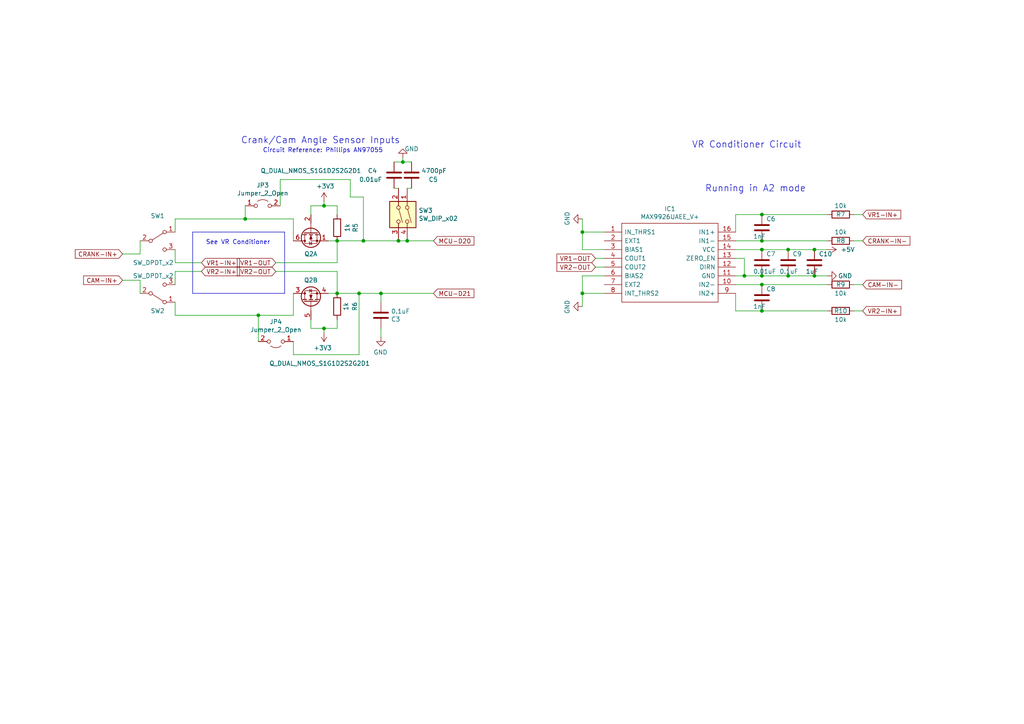
<source format=kicad_sch>
(kicad_sch (version 20230121) (generator eeschema)
  (paper "A4")
  (lib_symbols
    (symbol "Device:C" (pin_numbers hide) (pin_names (offset 0.254))
      (property "Reference" "C" (at 0.635 2.54 0))
      (property "Value" "C" (at 0.635 -2.54 0))
      (symbol "C_0_1"
        (polyline (pts (xy -2.032 -0.762) (xy 2.032 -0.762)) (stroke (width 0.508)))
        (polyline (pts (xy -2.032 0.762) (xy 2.032 0.762)) (stroke (width 0.508)))
      )
      (symbol "C_1_1"
        (pin passive line (at 0 3.81 270) (length 2.794) (name "~") (number "1"))
        (pin passive line (at 0 -3.81 90) (length 2.794) (name "~") (number "2"))
      )
    )
    (symbol "Device:Q_DUAL_NMOS_S1G1D2S2G2D1" (pin_names (offset 0) hide)
      (property "Reference" "Q" (at 6.35 1.27 0))
      (property "Value" "Device_Q_DUAL_NMOS_S1G1D2S2G2D1" (at 19.05 -1.27 0))
      (symbol "Q_DUAL_NMOS_S1G1D2S2G2D1_0_1"
        (polyline (pts (xy 0.254 0) (xy -2.54 0)))
        (polyline (pts (xy 0.254 1.905) (xy 0.254 -1.905)) (stroke (width 0.254)))
        (polyline (pts (xy 0.762 -1.27) (xy 0.762 -2.286)) (stroke (width 0.254)))
        (polyline (pts (xy 0.762 0.508) (xy 0.762 -0.508)) (stroke (width 0.254)))
        (polyline (pts (xy 0.762 2.286) (xy 0.762 1.27)) (stroke (width 0.254)))
        (polyline (pts (xy 2.54 2.54) (xy 2.54 1.778)))
        (polyline (pts (xy 2.54 -2.54) (xy 2.54 0) (xy 0.762 0)))
        (polyline (pts (xy 0.762 -1.778) (xy 3.302 -1.778) (xy 3.302 1.778) (xy 0.762 1.778)))
        (polyline (pts (xy 1.016 0) (xy 2.032 0.381) (xy 2.032 -0.381) (xy 1.016 0)) (fill (type outline)))
        (polyline (pts (xy 2.794 0.508) (xy 2.921 0.381) (xy 3.683 0.381) (xy 3.81 0.254)))
        (polyline (pts (xy 3.302 0.381) (xy 2.921 -0.254) (xy 3.683 -0.254) (xy 3.302 0.381)))
        (circle (center 1.651 0) (radius 2.794) (stroke (width 0.254)))
        (circle (center 2.54 -1.778) (radius 0.254) (fill (type outline)))
        (circle (center 2.54 1.778) (radius 0.254) (fill (type outline)))
      )
      (symbol "Q_DUAL_NMOS_S1G1D2S2G2D1_1_1"
        (pin passive line (at 2.54 -5.08 90) (length 2.54) (name "S") (number "1"))
        (pin input line (at -5.08 0 0) (length 2.54) (name "G") (number "2"))
        (pin passive line (at 2.54 5.08 270) (length 2.54) (name "D") (number "6"))
      )
      (symbol "Q_DUAL_NMOS_S1G1D2S2G2D1_2_1"
        (pin passive line (at 2.54 5.08 270) (length 2.54) (name "D") (number "3"))
        (pin passive line (at 2.54 -5.08 90) (length 2.54) (name "S") (number "4"))
        (pin input line (at -5.08 0 0) (length 2.54) (name "G") (number "5"))
      )
    )
    (symbol "Device:R" (pin_numbers hide) (pin_names (offset 0))
      (property "Reference" "R" (at 2.032 0 90))
      (property "Value" "R" (at 0 0 90))
      (symbol "R_0_1"
        (rectangle (start -1.016 -2.54) (end 1.016 2.54) (stroke (width 0.254)))
      )
      (symbol "R_1_1"
        (pin passive line (at 0 3.81 270) (length 1.27) (name "~") (number "1"))
        (pin passive line (at 0 -3.81 90) (length 1.27) (name "~") (number "2"))
      )
    )
    (symbol "IC_Automotive:MAX9926UAEE_V+" (pin_names (offset 0.762))
      (property "Reference" "IC" (at 34.29 7.62 0))
      (property "Value" "MAX9926UAEE_V+" (at 34.29 5.08 0))
      (symbol "MAX9926UAEE_V+_0_0"
        (pin input line (at 0 0 0) (length 5.08) (name "IN_THRS1") (number "1"))
        (pin input line (at 38.1 -15.24 180) (length 5.08) (name "IN2-") (number "10"))
        (pin power_in line (at 38.1 -12.7 180) (length 5.08) (name "GND") (number "11"))
        (pin output line (at 38.1 -10.16 180) (length 5.08) (name "DIRN") (number "12"))
        (pin input line (at 38.1 -7.62 180) (length 5.08) (name "ZERO_EN") (number "13"))
        (pin power_in line (at 38.1 -5.08 180) (length 5.08) (name "VCC") (number "14"))
        (pin input line (at 38.1 -2.54 180) (length 5.08) (name "IN1-") (number "15"))
        (pin input line (at 38.1 0 180) (length 5.08) (name "IN1+") (number "16"))
        (pin input line (at 0 -2.54 0) (length 5.08) (name "EXT1") (number "2"))
        (pin input line (at 0 -5.08 0) (length 5.08) (name "BIAS1") (number "3"))
        (pin output line (at 0 -7.62 0) (length 5.08) (name "COUT1") (number "4"))
        (pin output line (at 0 -10.16 0) (length 5.08) (name "COUT2") (number "5"))
        (pin input line (at 0 -12.7 0) (length 5.08) (name "BIAS2") (number "6"))
        (pin input line (at 0 -15.24 0) (length 5.08) (name "EXT2") (number "7"))
        (pin input line (at 0 -17.78 0) (length 5.08) (name "INT_THRS2") (number "8"))
        (pin input line (at 38.1 -17.78 180) (length 5.08) (name "IN2+") (number "9"))
      )
      (symbol "MAX9926UAEE_V+_0_1"
        (polyline (pts (xy 5.08 2.54) (xy 33.02 2.54) (xy 33.02 -20.32) (xy 5.08 -20.32) (xy 5.08 2.54)) (stroke (width 0.1524)))
      )
    )
    (symbol "Jumper:Jumper_2_Open" (pin_names (offset 0) hide)
      (property "Reference" "JP" (at 0 2.794 0))
      (property "Value" "Jumper_2_Open" (at 0 -2.286 0))
      (symbol "Jumper_2_Open_0_0"
        (circle (center -2.032 0) (radius 0.508))
        (circle (center 2.032 0) (radius 0.508))
      )
      (symbol "Jumper_2_Open_0_1"
        (arc (start 1.524 1.27) (mid 0 1.778) (end -1.524 1.27))
      )
      (symbol "Jumper_2_Open_1_1"
        (pin passive line (at -5.08 0 0) (length 2.54) (name "A") (number "1"))
        (pin passive line (at 5.08 0 180) (length 2.54) (name "B") (number "2"))
      )
    )
    (symbol "Switch:SW_DIP_x02" (pin_names (offset 0) hide)
      (property "Reference" "SW" (at 0 6.35 0))
      (property "Value" "SW_DIP_x02" (at 0 -3.81 0))
      (symbol "SW_DIP_x02_0_0"
        (circle (center -2.032 0) (radius 0.508))
        (circle (center -2.032 2.54) (radius 0.508))
        (polyline (pts (xy -1.524 0.127) (xy 2.3622 1.1684)))
        (polyline (pts (xy -1.524 2.667) (xy 2.3622 3.7084)))
        (circle (center 2.032 0) (radius 0.508))
        (circle (center 2.032 2.54) (radius 0.508))
      )
      (symbol "SW_DIP_x02_0_1"
        (rectangle (start -3.81 5.08) (end 3.81 -2.54) (stroke (width 0.254)) (fill (type background)))
      )
      (symbol "SW_DIP_x02_1_1"
        (pin passive line (at -7.62 2.54 0) (length 5.08) (name "~") (number "1"))
        (pin passive line (at -7.62 0 0) (length 5.08) (name "~") (number "2"))
        (pin passive line (at 7.62 0 180) (length 5.08) (name "~") (number "3"))
        (pin passive line (at 7.62 2.54 180) (length 5.08) (name "~") (number "4"))
      )
    )
    (symbol "Switch:SW_SPDT" (pin_names (offset 0) hide)
      (property "Reference" "SW" (at 0 4.318 0))
      (property "Value" "SW_SPDT" (at 0 -5.08 0))
      (symbol "SW_SPDT_0_0"
        (circle (center -2.032 0) (radius 0.508))
        (circle (center 2.032 -2.54) (radius 0.508))
      )
      (symbol "SW_SPDT_0_1"
        (polyline (pts (xy -1.524 0.254) (xy 1.651 2.286)))
        (circle (center 2.032 2.54) (radius 0.508))
      )
      (symbol "SW_SPDT_1_1"
        (pin passive line (at 5.08 2.54 180) (length 2.54) (name "A") (number "1"))
        (pin passive line (at -5.08 0 0) (length 2.54) (name "B") (number "2"))
        (pin passive line (at 5.08 -2.54 180) (length 2.54) (name "C") (number "3"))
      )
    )
    (symbol "power:+3V3" (power) (pin_names (offset 0))
      (property "Value" "+3V3" (at 0 3.556 0))
      (symbol "+3V3_0_1"
        (polyline (pts (xy -0.762 1.27) (xy 0 2.54)))
        (polyline (pts (xy 0 0) (xy 0 2.54)))
        (polyline (pts (xy 0 2.54) (xy 0.762 1.27)))
      )
      (symbol "+3V3_1_1"
        (pin power_in line (at 0 0 90) (length 0) hide (name "+3V3") (number "1"))
      )
    )
    (symbol "power:+5V" (power) (pin_names (offset 0))
      (property "Value" "+5V" (at 0 3.556 0))
      (symbol "+5V_0_1"
        (polyline (pts (xy -0.762 1.27) (xy 0 2.54)))
        (polyline (pts (xy 0 0) (xy 0 2.54)))
        (polyline (pts (xy 0 2.54) (xy 0.762 1.27)))
      )
      (symbol "+5V_1_1"
        (pin power_in line (at 0 0 90) (length 0) hide (name "+5V") (number "1"))
      )
    )
    (symbol "power:GND" (power) (pin_names (offset 0))
      (property "Value" "GND" (at 0 -3.81 0))
      (symbol "GND_0_1"
        (polyline (pts (xy 0 0) (xy 0 -1.27) (xy 1.27 -1.27) (xy 0 -2.54) (xy -1.27 -1.27) (xy 0 -1.27)))
      )
      (symbol "GND_1_1"
        (pin power_in line (at 0 0 270) (length 0) hide (name "GND") (number "1"))
      )
    )
  )
  (junction (at 97.79 69.85))
  (junction (at 236.22 80.01))
  (junction (at 228.6 72.39))
  (junction (at 220.98 62.23))
  (junction (at 116.84 46.99))
  (junction (at 220.98 72.39))
  (junction (at 71.12 63.5))
  (junction (at 118.11 69.85))
  (junction (at 220.98 90.17))
  (junction (at 74.93 91.44))
  (junction (at 236.22 72.39))
  (junction (at 168.91 85.09))
  (junction (at 105.41 69.85))
  (junction (at 93.98 59.69))
  (junction (at 110.49 85.09))
  (junction (at 220.98 69.85))
  (junction (at 104.14 85.09))
  (junction (at 220.98 82.55))
  (junction (at 215.9 80.01))
  (junction (at 168.91 67.31))
  (junction (at 228.6 80.01))
  (junction (at 93.98 95.25))
  (junction (at 115.57 69.85))
  (junction (at 97.79 85.09))
  (junction (at 220.98 80.01))
  (wire (pts (xy 168.91 85.09) (xy 175.26 85.09)))
  (wire (pts (xy 240.03 90.17) (xy 220.98 90.17)))
  (wire (pts (xy 236.22 72.39) (xy 228.6 72.39)))
  (wire (pts (xy 215.9 74.93) (xy 215.9 80.01)))
  (wire (pts (xy 74.93 99.06) (xy 74.93 91.44)))
  (wire (pts (xy 35.56 73.66) (xy 40.64 73.66)))
  (polyline (pts (xy 55.88 85.09) (xy 55.88 67.31)))
  (wire (pts (xy 172.72 74.93) (xy 175.26 74.93)))
  (wire (pts (xy 71.12 59.69) (xy 71.12 63.5)))
  (wire (pts (xy 85.09 69.85) (xy 85.09 63.5)))
  (wire (pts (xy 105.41 57.15) (xy 105.41 69.85)))
  (wire (pts (xy 81.28 59.69) (xy 81.28 52.07)))
  (wire (pts (xy 80.01 78.74) (xy 97.79 78.74)))
  (wire (pts (xy 168.91 88.9) (xy 168.91 85.09)))
  (wire (pts (xy 240.03 82.55) (xy 220.98 82.55)))
  (wire (pts (xy 50.8 67.31) (xy 50.8 63.5)))
  (wire (pts (xy 119.38 46.99) (xy 116.84 46.99)))
  (wire (pts (xy 90.17 59.69) (xy 93.98 59.69)))
  (wire (pts (xy 114.3 54.61) (xy 115.57 54.61)))
  (wire (pts (xy 115.57 69.85) (xy 118.11 69.85)))
  (wire (pts (xy 97.79 95.25) (xy 97.79 92.71)))
  (wire (pts (xy 114.3 46.99) (xy 116.84 46.99)))
  (wire (pts (xy 168.91 67.31) (xy 175.26 67.31)))
  (wire (pts (xy 240.03 72.39) (xy 236.22 72.39)))
  (wire (pts (xy 220.98 82.55) (xy 213.36 82.55)))
  (wire (pts (xy 110.49 97.79) (xy 110.49 95.25)))
  (wire (pts (xy 220.98 69.85) (xy 213.36 69.85)))
  (wire (pts (xy 101.6 52.07) (xy 101.6 57.15)))
  (wire (pts (xy 50.8 72.39) (xy 50.8 76.2)))
  (wire (pts (xy 168.91 80.01) (xy 168.91 85.09)))
  (wire (pts (xy 250.19 62.23) (xy 247.65 62.23)))
  (wire (pts (xy 93.98 59.69) (xy 97.79 59.69)))
  (wire (pts (xy 213.36 90.17) (xy 213.36 85.09)))
  (wire (pts (xy 97.79 85.09) (xy 104.14 85.09)))
  (wire (pts (xy 81.28 52.07) (xy 101.6 52.07)))
  (wire (pts (xy 35.56 81.28) (xy 40.64 81.28)))
  (wire (pts (xy 93.98 96.52) (xy 93.98 95.25)))
  (wire (pts (xy 168.91 72.39) (xy 168.91 67.31)))
  (wire (pts (xy 220.98 62.23) (xy 213.36 62.23)))
  (wire (pts (xy 90.17 92.71) (xy 90.17 95.25)))
  (wire (pts (xy 85.09 102.87) (xy 104.14 102.87)))
  (wire (pts (xy 240.03 62.23) (xy 220.98 62.23)))
  (wire (pts (xy 213.36 74.93) (xy 215.9 74.93)))
  (wire (pts (xy 50.8 78.74) (xy 58.42 78.74)))
  (wire (pts (xy 97.79 69.85) (xy 105.41 69.85)))
  (wire (pts (xy 95.25 69.85) (xy 97.79 69.85)))
  (wire (pts (xy 240.03 69.85) (xy 220.98 69.85)))
  (wire (pts (xy 93.98 58.42) (xy 93.98 59.69)))
  (wire (pts (xy 104.14 102.87) (xy 104.14 85.09)))
  (wire (pts (xy 97.79 62.23) (xy 97.79 59.69)))
  (wire (pts (xy 228.6 72.39) (xy 220.98 72.39)))
  (wire (pts (xy 250.19 69.85) (xy 247.65 69.85)))
  (wire (pts (xy 175.26 72.39) (xy 168.91 72.39)))
  (wire (pts (xy 118.11 69.85) (xy 125.73 69.85)))
  (wire (pts (xy 50.8 76.2) (xy 58.42 76.2)))
  (wire (pts (xy 40.64 73.66) (xy 40.64 69.85)))
  (wire (pts (xy 50.8 91.44) (xy 74.93 91.44)))
  (wire (pts (xy 74.93 91.44) (xy 85.09 91.44)))
  (polyline (pts (xy 82.55 67.31) (xy 82.55 85.09)))
  (wire (pts (xy 80.01 76.2) (xy 97.79 76.2)))
  (wire (pts (xy 125.73 85.09) (xy 110.49 85.09)))
  (wire (pts (xy 250.19 82.55) (xy 247.65 82.55)))
  (wire (pts (xy 175.26 80.01) (xy 168.91 80.01)))
  (wire (pts (xy 101.6 57.15) (xy 105.41 57.15)))
  (wire (pts (xy 90.17 62.23) (xy 90.17 59.69)))
  (wire (pts (xy 168.91 63.5) (xy 168.91 67.31)))
  (wire (pts (xy 250.19 90.17) (xy 247.65 90.17)))
  (wire (pts (xy 220.98 90.17) (xy 213.36 90.17)))
  (wire (pts (xy 50.8 63.5) (xy 71.12 63.5)))
  (wire (pts (xy 213.36 62.23) (xy 213.36 67.31)))
  (wire (pts (xy 215.9 80.01) (xy 213.36 80.01)))
  (polyline (pts (xy 82.55 85.09) (xy 55.88 85.09)))
  (polyline (pts (xy 55.88 67.31) (xy 82.55 67.31)))
  (wire (pts (xy 85.09 99.06) (xy 85.09 102.87)))
  (wire (pts (xy 105.41 69.85) (xy 115.57 69.85)))
  (wire (pts (xy 90.17 95.25) (xy 93.98 95.25)))
  (wire (pts (xy 93.98 95.25) (xy 97.79 95.25)))
  (wire (pts (xy 172.72 77.47) (xy 175.26 77.47)))
  (wire (pts (xy 236.22 80.01) (xy 228.6 80.01)))
  (wire (pts (xy 104.14 85.09) (xy 110.49 85.09)))
  (wire (pts (xy 97.79 76.2) (xy 97.79 69.85)))
  (wire (pts (xy 118.11 54.61) (xy 119.38 54.61)))
  (wire (pts (xy 95.25 85.09) (xy 97.79 85.09)))
  (wire (pts (xy 220.98 80.01) (xy 215.9 80.01)))
  (wire (pts (xy 220.98 72.39) (xy 213.36 72.39)))
  (wire (pts (xy 97.79 78.74) (xy 97.79 85.09)))
  (wire (pts (xy 116.84 46.99) (xy 116.84 45.72)))
  (wire (pts (xy 110.49 85.09) (xy 110.49 87.63)))
  (wire (pts (xy 85.09 85.09) (xy 85.09 91.44)))
  (wire (pts (xy 228.6 80.01) (xy 220.98 80.01)))
  (wire (pts (xy 50.8 87.63) (xy 50.8 91.44)))
  (wire (pts (xy 71.12 63.5) (xy 85.09 63.5)))
  (wire (pts (xy 240.03 80.01) (xy 236.22 80.01)))
  (wire (pts (xy 50.8 82.55) (xy 50.8 78.74)))
  (wire (pts (xy 40.64 81.28) (xy 40.64 85.09)))
  (text "Running in A2 mode" (at 204.47 55.88 0) (effects (font (size 1.8796 1.8796)) (justify left bottom)))
  (text "VR Conditioner Circuit" (at 200.66 43.18 0) (effects (font (size 1.8796 1.8796)) (justify left bottom)))
  (text "Crank/Cam Angle Sensor Inputs" (at 69.85 41.91 0) (effects (font (size 1.8796 1.8796)) (justify left bottom)))
  (text "See VR Conditioner" (at 59.69 71.12 0) (effects (font (size 1.27 1.27)) (justify left bottom)))
  (text "Circuit Reference: Phillips AN97055" (at 76.2 44.45 0) (effects (font (size 1.27 1.27)) (justify left bottom)))
  (global_label "VR2-IN+" (shape input) (at 58.42 78.74 0) (property "Intersheetrefs" "${INTERSHEET_REFS}" (effects hide)))
  (global_label "CRANK-IN-" (shape input) (at 250.19 69.85 0) (property "Intersheetrefs" "${INTERSHEET_REFS}" (effects hide)))
  (global_label "VR1-IN+" (shape input) (at 58.42 76.2 0) (property "Intersheetrefs" "${INTERSHEET_REFS}" (effects hide)))
  (global_label "VR2-OUT" (shape input) (at 80.01 78.74 180) (property "Intersheetrefs" "${INTERSHEET_REFS}" (effects hide)))
  (global_label "VR1-IN+" (shape input) (at 250.19 62.23 0) (property "Intersheetrefs" "${INTERSHEET_REFS}" (effects hide)))
  (global_label "VR2-IN+" (shape input) (at 250.19 90.17 0) (property "Intersheetrefs" "${INTERSHEET_REFS}" (effects hide)))
  (global_label "MCU-D21" (shape input) (at 125.73 85.09 0) (property "Intersheetrefs" "${INTERSHEET_REFS}" (effects hide)))
  (global_label "CAM-IN-" (shape input) (at 250.19 82.55 0) (property "Intersheetrefs" "${INTERSHEET_REFS}" (effects hide)))
  (global_label "CAM-IN+" (shape input) (at 35.56 81.28 180) (property "Intersheetrefs" "${INTERSHEET_REFS}" (effects hide)))
  (global_label "MCU-D20" (shape input) (at 125.73 69.85 0) (property "Intersheetrefs" "${INTERSHEET_REFS}" (effects hide)))
  (global_label "VR1-OUT" (shape input) (at 80.01 76.2 180) (property "Intersheetrefs" "${INTERSHEET_REFS}" (effects hide)))
  (global_label "CRANK-IN+" (shape input) (at 35.56 73.66 180) (property "Intersheetrefs" "${INTERSHEET_REFS}" (effects hide)))
  (global_label "VR1-OUT" (shape input) (at 172.72 74.93 180) (property "Intersheetrefs" "${INTERSHEET_REFS}" (effects hide)))
  (global_label "VR2-OUT" (shape input) (at 172.72 77.47 180) (property "Intersheetrefs" "${INTERSHEET_REFS}" (effects hide)))
  (symbol (lib_id "Device:R") (at 97.79 66.04 180) (unit 1)
    (property "Reference" "R5" (at 103.0478 66.04 90))
    (property "Value" "1k" (at 100.7364 66.04 90))
    (property "Footprint" "Resistor_SMD:R_0805_2012Metric" (effects hide))
    (property "Digikey Part Number" "311-1.00KCRCT-ND" (effects hide))
    (property "Manufacturer_Name" "Yageo" (effects hide))
    (property "Manufacturer_Part_Number" "RC0805FR-071KL" (effects hide))
    (property "URL" "https://www.digikey.com/product-detail/en/yageo/RC0805FR-071KL/311-1.00KCRCT-ND/730391" (effects hide))
  )
  (symbol (lib_id "Device:R") (at 97.79 88.9 0) (mirror x) (unit 1)
    (property "Reference" "R6" (at 102.87 88.9 90))
    (property "Value" "1k" (at 100.33 88.9 90))
    (property "Footprint" "Resistor_SMD:R_0805_2012Metric" (effects hide))
    (property "Digikey Part Number" "311-1.00KCRCT-ND" (effects hide))
    (property "Manufacturer_Name" "Yageo" (effects hide))
    (property "Manufacturer_Part_Number" "RC0805FR-071KL" (effects hide))
    (property "URL" "https://www.digikey.com/product-detail/en/yageo/RC0805FR-071KL/311-1.00KCRCT-ND/730391" (effects hide))
  )
  (symbol (lib_id "power:GND") (at 110.49 97.79 0) (mirror y) (unit 1)
    (property "Reference" "#PWR030" (effects hide))
    (property "Value" "GND" (at 110.363 102.1842 0))
  )
  (symbol (lib_id "power:GND") (at 240.03 80.01 90) (mirror x) (unit 1)
    (property "Reference" "#PWR035" (effects hide))
    (property "Value" "GND" (at 245.11 80.01 90))
  )
  (symbol (lib_id "Switch:SW_SPDT") (at 45.72 85.09 0) (mirror x) (unit 1)
    (property "Reference" "SW2" (at 45.72 90.17 0))
    (property "Value" "SW_DPDT_x2" (at 44.45 80.01 0))
    (property "Footprint" "Misc:AYZ0202AGRLC" (effects hide))
    (property "Datasheet" "http://uk.rs-online.com/web/p/products/7931504P" (effects hide))
    (property "Digikey Part Number" "401-2013-1-ND" (effects hide))
    (property "Manufacturer_Name" "C & K COMPONENTS" (effects hide))
    (property "Manufacturer_Part_Number" "AYZ0202AGRLC" (effects hide))
    (property "URL" "https://www.digikey.com.au/product-detail/en/c-k/AYZ0202AGRLC/401-2013-1-ND/1640122" (effects hide))
    (property "Allied_Number" "70417470" (effects hide))
    (property "Description" "AYZ0202AGRLC (Slide Switches)" (effects hide))
    (property "RS Part Number" "7931504P" (effects hide))
    (property "RS Price/Stock" "http://uk.rs-online.com/web/p/products/7931504P" (effects hide))
  )
  (symbol (lib_id "Device:C") (at 114.3 50.8 0) (unit 1)
    (property "Reference" "C4" (at 106.68 49.53 0) (effects (justify left)))
    (property "Value" "0.01uF" (at 104.14 52.07 0) (effects (justify left)))
    (property "Footprint" "Capacitor_SMD:C_0805_2012Metric" (effects hide))
    (property "Digikey Part Number" "311-1136-1-ND" (effects hide))
    (property "Manufacturer_Name" "Yageo" (effects hide))
    (property "Manufacturer_Part_Number" "CC0805KRX7R9BB103" (effects hide))
    (property "URL" "https://www.digikey.com/product-detail/en/yageo/CC0805KRX7R9BB103/311-1136-1-ND/303046" (effects hide))
  )
  (symbol (lib_id "Device:C") (at 110.49 91.44 0) (mirror x) (unit 1)
    (property "Reference" "C3" (at 113.411 92.6084 0) (effects (justify left)))
    (property "Value" "0.1uF" (at 113.411 90.297 0) (effects (justify left)))
    (property "Footprint" "Capacitor_SMD:C_0805_2012Metric" (effects hide))
    (property "Digikey Part Number" "311-1140-1-ND" (effects hide))
    (property "Manufacturer_Name" "Yageo" (effects hide))
    (property "Manufacturer_Part_Number" "CC0805KRX7R9BB104" (effects hide))
    (property "URL" "https://www.digikey.com.au/product-detail/en/yageo/CC0805KRX7R9BB104/311-1140-1-ND/303050" (effects hide))
  )
  (symbol (lib_id "Switch:SW_SPDT") (at 45.72 69.85 0) (unit 1)
    (property "Reference" "SW1" (at 45.72 62.611 0))
    (property "Value" "SW_DPDT_x2" (at 44.45 76.2 0))
    (property "Footprint" "Misc:AYZ0202AGRLC" (effects hide))
    (property "Datasheet" "http://uk.rs-online.com/web/p/products/7931504P" (effects hide))
    (property "Digikey Part Number" "401-2013-1-ND" (effects hide))
    (property "Manufacturer_Name" "C & K COMPONENTS" (effects hide))
    (property "Manufacturer_Part_Number" "AYZ0202AGRLC" (effects hide))
    (property "URL" "https://www.digikey.com.au/product-detail/en/c-k/AYZ0202AGRLC/401-2013-1-ND/1640122" (effects hide))
    (property "Allied_Number" "70417470" (effects hide))
    (property "Description" "AYZ0202AGRLC (Slide Switches)" (effects hide))
    (property "RS Part Number" "7931504P" (effects hide))
    (property "RS Price/Stock" "http://uk.rs-online.com/web/p/products/7931504P" (effects hide))
  )
  (symbol (lib_id "Device:Q_DUAL_NMOS_S1G1D2S2G2D1") (at 90.17 67.31 90) (mirror x) (unit 1)
    (property "Reference" "Q2" (at 90.17 73.66 90))
    (property "Value" "Q_DUAL_NMOS_S1G1D2S2G2D1" (at 90.17 49.53 90))
    (property "Footprint" "Package_TO_SOT_SMD:SOT-363_SC-70-6" (effects hide))
    (property "Datasheet" "https://www.onsemi.com/pub/Collateral/NTJD5121N-D.PDF" (effects hide))
    (property "Digikey Part Number" "NVJD5121NT1GOSCT-ND" (effects hide))
    (property "Manufacturer_Name" "ON Semi" (effects hide))
    (property "Manufacturer_Part_Number" "NVJD5121NT1G" (effects hide))
    (property "URL" "https://www.digikey.com.au/product-detail/en/on-semiconductor/NVJD5121NT1G/NVJD5121NT1GOSCT-ND/9087601" (effects hide))
  )
  (symbol (lib_id "Device:Q_DUAL_NMOS_S1G1D2S2G2D1") (at 90.17 87.63 90) (unit 2)
    (property "Reference" "Q2" (at 90.17 81.28 90))
    (property "Value" "Q_DUAL_NMOS_S1G1D2S2G2D1" (at 92.71 105.41 90))
    (property "Footprint" "Package_TO_SOT_SMD:SOT-363_SC-70-6" (effects hide))
    (property "Datasheet" "https://www.onsemi.com/pub/Collateral/NTJD5121N-D.PDF" (effects hide))
    (property "Digikey Part Number" "NVJD5121NT1GOSCT-ND" (effects hide))
    (property "Manufacturer_Name" "ON Semi" (effects hide))
    (property "Manufacturer_Part_Number" "NVJD5121NT1G" (effects hide))
    (property "URL" "https://www.digikey.com.au/product-detail/en/on-semiconductor/NVJD5121NT1G/NVJD5121NT1GOSCT-ND/9087601" (effects hide))
  )
  (symbol (lib_id "Device:C") (at 119.38 50.8 180) (unit 1)
    (property "Reference" "C5" (at 127 52.07 0) (effects (justify left)))
    (property "Value" "4700pF" (at 129.54 49.53 0) (effects (justify left)))
    (property "Footprint" "Capacitor_SMD:C_0805_2012Metric" (effects hide))
    (property "Digikey Part Number" "311-1133-1-ND" (effects hide))
    (property "Manufacturer_Name" "Yageo" (effects hide))
    (property "Manufacturer_Part_Number" "CC0805KRX7R9BB472" (effects hide))
    (property "URL" "https://www.digikey.com/product-detail/en/yageo/CC0805KRX7R9BB103/311-1136-1-ND/303046" (effects hide))
  )
  (symbol (lib_id "power:GND") (at 116.84 45.72 180) (unit 1)
    (property "Reference" "#PWR031" (effects hide))
    (property "Value" "GND" (at 119.38 43.18 0))
  )
  (symbol (lib_id "power:+3V3") (at 93.98 96.52 180) (unit 1)
    (property "Reference" "#PWR029" (effects hide))
    (property "Value" "+3V3" (at 93.599 100.9142 0))
  )
  (symbol (lib_id "power:+3V3") (at 93.98 58.42 0) (unit 1)
    (property "Reference" "#PWR028" (effects hide))
    (property "Value" "+3V3" (at 94.361 54.0258 0))
  )
  (symbol (lib_id "power:+5V") (at 240.03 72.39 270) (unit 1)
    (property "Reference" "#PWR034" (effects hide))
    (property "Value" "+5V" (at 243.84 72.39 90) (effects (justify left)))
  )
  (symbol (lib_id "IC_Automotive:MAX9926UAEE_V+") (at 175.26 67.31 0) (unit 1)
    (property "Reference" "IC1" (at 194.31 60.579 0))
    (property "Value" "MAX9926UAEE_V+" (at 194.31 62.8904 0))
    (property "Footprint" "Package_SO:QSOP-16_3.9x4.9mm_P0.635mm" (effects hide))
    (property "Datasheet" "https://componentsearchengine.com/Datasheets/1/MAX9926UAEE_V+.pdf" (effects hide))
    (property "Description" "Sensor Interface Variable-Reluctance Sensor Interface" (effects hide))
    (property "Height" "1.75" (effects hide))
    (property "Manufacturer_Name" "Maxim Integrated" (effects hide))
    (property "Manufacturer_Part_Number" "MAX9926UAEE/V+" (effects hide))
    (property "Mouser Part Number" "700-MAX9926UAEE/V+" (effects hide))
    (property "Mouser Price/Stock" "https://www.mouser.com/Search/Refine.aspx?Keyword=700-MAX9926UAEE%2FV%2B" (effects hide))
    (property "Digikey Part Number" "MAX9926UAEE/V+-ND" (effects hide))
    (property "URL" "https://www.digikey.com.au/product-detail/en/maxim-integrated/MAX9926UAEE-V/MAX9926UAEE-V-ND/3517309" (effects hide))
  )
  (symbol (lib_id "Device:C") (at 220.98 76.2 0) (unit 1)
    (property "Reference" "C7" (at 222.25 73.66 0) (effects (justify left)))
    (property "Value" "0.01uF" (at 218.44 78.74 0) (effects (justify left)))
    (property "Footprint" "Capacitor_SMD:C_0805_2012Metric" (effects hide))
    (property "Digikey Part Number" "311-1136-1-ND" (effects hide))
    (property "Manufacturer_Name" "Yageo" (effects hide))
    (property "Manufacturer_Part_Number" "CC0805KRX7R9BB103" (effects hide))
    (property "URL" "https://www.digikey.com/product-detail/en/yageo/CC0805KRX7R9BB103/311-1136-1-ND/303046" (effects hide))
  )
  (symbol (lib_id "Device:C") (at 228.6 76.2 0) (unit 1)
    (property "Reference" "C9" (at 229.87 73.66 0) (effects (justify left)))
    (property "Value" "0.1uF" (at 226.06 78.74 0) (effects (justify left)))
    (property "Footprint" "Capacitor_SMD:C_0805_2012Metric" (effects hide))
    (property "Digikey Part Number" "311-1140-1-ND" (effects hide))
    (property "Manufacturer_Name" "Yageo" (effects hide))
    (property "Manufacturer_Part_Number" "CC0805KRX7R9BB104" (effects hide))
    (property "URL" "https://www.digikey.com.au/product-detail/en/yageo/CC0805KRX7R9BB104/311-1140-1-ND/303050" (effects hide))
  )
  (symbol (lib_id "Device:C") (at 236.22 76.2 0) (unit 1)
    (property "Reference" "C10" (at 237.49 73.66 0) (effects (justify left)))
    (property "Value" "1uF" (at 233.68 78.74 0) (effects (justify left)))
    (property "Footprint" "Capacitor_SMD:C_0805_2012Metric" (effects hide))
    (property "Digikey Part Number" "311-1365-1-ND" (effects hide))
    (property "Manufacturer_Name" "Yageo" (effects hide))
    (property "Manufacturer_Part_Number" "CC0805KKX7R7BB105" (effects hide))
    (property "URL" "https://www.digikey.com/product-detail/en/yageo/CC0805KKX7R7BB105/311-1365-1-ND/2103149" (effects hide))
  )
  (symbol (lib_id "power:GND") (at 168.91 63.5 270) (mirror x) (unit 1)
    (property "Reference" "#PWR032" (effects hide))
    (property "Value" "GND" (at 164.5158 63.373 0))
  )
  (symbol (lib_id "power:GND") (at 168.91 88.9 270) (unit 1)
    (property "Reference" "#PWR033" (effects hide))
    (property "Value" "GND" (at 164.5158 89.027 0))
  )
  (symbol (lib_id "Device:R") (at 243.84 62.23 270) (unit 1)
    (property "Reference" "R7" (at 243.84 62.23 90))
    (property "Value" "10k" (at 243.84 59.69 90))
    (property "Footprint" "Resistor_SMD:R_1206_3216Metric" (effects hide))
    (property "Digikey Part Number" "13-RC1206FR-7W10KLTR-ND" (effects hide))
    (property "Manufacturer_Name" "Yageo" (effects hide))
    (property "Manufacturer_Part_Number" "RC1206FR-7W10KL" (effects hide))
    (property "URL" "https://www.digikey.com/en/products/detail/yageo/RC1206FR-7W10KL/12698813" (effects hide))
  )
  (symbol (lib_id "Device:C") (at 220.98 86.36 0) (unit 1)
    (property "Reference" "C8" (at 222.25 83.82 0) (effects (justify left)))
    (property "Value" "1nF" (at 218.44 88.9 0) (effects (justify left)))
    (property "Footprint" "Capacitor_SMD:C_0805_2012Metric" (effects hide))
    (property "Digikey Part Number" "399-16591-1-ND" (effects hide))
    (property "Manufacturer_Name" "Kemet" (effects hide))
    (property "Manufacturer_Part_Number" "C0805C102J5HACAUTO" (effects hide))
    (property "URL" "https://www.digikey.com/product-detail/en/kemet/C0805C102J5HACAUTO/399-16591-1-ND/7943643" (effects hide))
  )
  (symbol (lib_id "Device:C") (at 220.98 66.04 0) (unit 1)
    (property "Reference" "C6" (at 222.25 63.5 0) (effects (justify left)))
    (property "Value" "1nF" (at 218.44 68.58 0) (effects (justify left)))
    (property "Footprint" "Capacitor_SMD:C_0805_2012Metric" (effects hide))
    (property "Digikey Part Number" "399-16591-1-ND" (effects hide))
    (property "Manufacturer_Name" "Kemet" (effects hide))
    (property "Manufacturer_Part_Number" "C0805C102J5HACAUTO" (effects hide))
    (property "URL" "https://www.digikey.com/product-detail/en/kemet/C0805C102J5HACAUTO/399-16591-1-ND/7943643" (effects hide))
  )
  (symbol (lib_id "Switch:SW_DIP_x02") (at 115.57 62.23 270) (unit 1)
    (property "Reference" "SW3" (at 121.412 61.0616 90) (effects (justify left)))
    (property "Value" "SW_DIP_x02" (at 121.412 63.373 90) (effects (justify left)))
    (property "Footprint" "Button_Switch_SMD:SW_DIP_SPSTx02_Slide_9.78x7.26mm_W8.61mm_P2.54mm" (effects hide))
    (property "Digikey Part Number" "679-3566-1-ND" (effects hide))
    (property "Manufacturer_Name" "APEM Inc." (effects hide))
    (property "Manufacturer_Part_Number" "IKN0204000" (effects hide))
    (property "URL" "https://www.digikey.com.au/product-detail/en/apem-inc/IKN0204000/679-3566-1-ND/4384369" (effects hide))
  )
  (symbol (lib_id "Device:R") (at 243.84 69.85 270) (unit 1)
    (property "Reference" "R8" (at 243.84 69.85 90))
    (property "Value" "10k" (at 243.84 67.31 90))
    (property "Footprint" "Resistor_SMD:R_1206_3216Metric" (effects hide))
    (property "Digikey Part Number" "13-RC1206FR-7W10KLTR-ND" (effects hide))
    (property "Manufacturer_Name" "Yageo" (effects hide))
    (property "Manufacturer_Part_Number" "RC1206FR-7W10KL" (effects hide))
    (property "URL" "https://www.digikey.com/en/products/detail/yageo/RC1206FR-7W10KL/12698813" (effects hide))
  )
  (symbol (lib_id "Device:R") (at 243.84 82.55 270) (unit 1)
    (property "Reference" "R9" (at 243.84 82.55 90))
    (property "Value" "10k" (at 243.84 85.09 90))
    (property "Footprint" "Resistor_SMD:R_1206_3216Metric" (effects hide))
    (property "Digikey Part Number" "13-RC1206FR-7W10KLTR-ND" (effects hide))
    (property "Manufacturer_Name" "Yageo" (effects hide))
    (property "Manufacturer_Part_Number" "RC1206FR-7W10KL" (effects hide))
    (property "URL" "https://www.digikey.com/en/products/detail/yageo/RC1206FR-7W10KL/12698813" (effects hide))
  )
  (symbol (lib_id "Device:R") (at 243.84 90.17 270) (unit 1)
    (property "Reference" "R10" (at 243.84 90.17 90))
    (property "Value" "10k" (at 243.84 92.71 90))
    (property "Footprint" "Resistor_SMD:R_1206_3216Metric" (effects hide))
    (property "Digikey Part Number" "13-RC1206FR-7W10KLTR-ND" (effects hide))
    (property "Manufacturer_Name" "Yageo" (effects hide))
    (property "Manufacturer_Part_Number" "RC1206FR-7W10KL" (effects hide))
    (property "URL" "https://www.digikey.com/en/products/detail/yageo/RC1206FR-7W10KL/12698813" (effects hide))
  )
  (symbol (lib_id "Jumper:Jumper_2_Open") (at 76.2 59.69 0) (unit 1)
    (property "Reference" "JP3" (at 76.2 53.721 0))
    (property "Value" "Jumper_2_Open" (at 76.2 56.0324 0))
    (property "Footprint" "Jumper:SolderJumper-2_P1.3mm_Open_Pad1.0x1.5mm" (effects hide))
  )
  (symbol (lib_id "Jumper:Jumper_2_Open") (at 80.01 99.06 180) (unit 1)
    (property "Reference" "JP4" (at 80.01 93.345 0))
    (property "Value" "Jumper_2_Open" (at 80.01 95.6564 0))
    (property "Footprint" "Jumper:SolderJumper-2_P1.3mm_Open_Pad1.0x1.5mm" (effects hide))
  )
)
</source>
